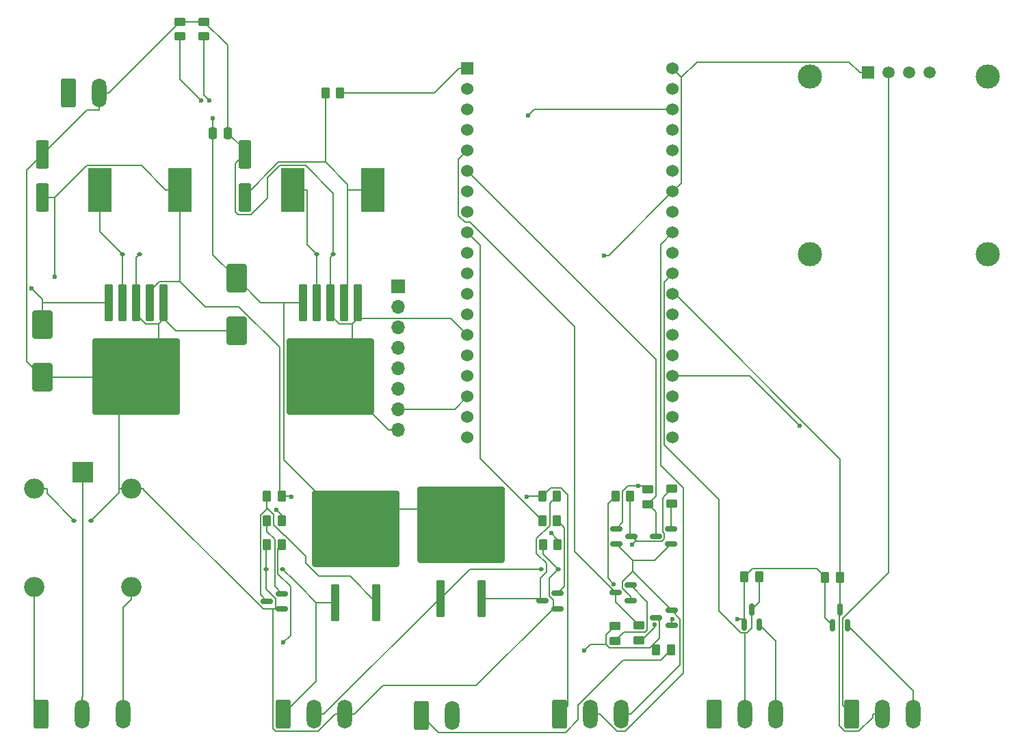
<source format=gbr>
%TF.GenerationSoftware,KiCad,Pcbnew,8.0.3*%
%TF.CreationDate,2024-07-13T16:10:19+00:00*%
%TF.ProjectId,jacuzzi,6a616375-7a7a-4692-9e6b-696361645f70,rev?*%
%TF.SameCoordinates,Original*%
%TF.FileFunction,Copper,L2,Bot*%
%TF.FilePolarity,Positive*%
%FSLAX46Y46*%
G04 Gerber Fmt 4.6, Leading zero omitted, Abs format (unit mm)*
G04 Created by KiCad (PCBNEW 8.0.3) date 2024-07-13 16:10:19*
%MOMM*%
%LPD*%
G01*
G04 APERTURE LIST*
G04 Aperture macros list*
%AMRoundRect*
0 Rectangle with rounded corners*
0 $1 Rounding radius*
0 $2 $3 $4 $5 $6 $7 $8 $9 X,Y pos of 4 corners*
0 Add a 4 corners polygon primitive as box body*
4,1,4,$2,$3,$4,$5,$6,$7,$8,$9,$2,$3,0*
0 Add four circle primitives for the rounded corners*
1,1,$1+$1,$2,$3*
1,1,$1+$1,$4,$5*
1,1,$1+$1,$6,$7*
1,1,$1+$1,$8,$9*
0 Add four rect primitives between the rounded corners*
20,1,$1+$1,$2,$3,$4,$5,0*
20,1,$1+$1,$4,$5,$6,$7,0*
20,1,$1+$1,$6,$7,$8,$9,0*
20,1,$1+$1,$8,$9,$2,$3,0*%
G04 Aperture macros list end*
%TA.AperFunction,ComponentPad*%
%ADD10R,2.500000X2.500000*%
%TD*%
%TA.AperFunction,ComponentPad*%
%ADD11O,2.500000X2.500000*%
%TD*%
%TA.AperFunction,ComponentPad*%
%ADD12RoundRect,0.250000X-0.650000X-1.550000X0.650000X-1.550000X0.650000X1.550000X-0.650000X1.550000X0*%
%TD*%
%TA.AperFunction,ComponentPad*%
%ADD13O,1.800000X3.600000*%
%TD*%
%TA.AperFunction,ComponentPad*%
%ADD14R,1.530000X1.530000*%
%TD*%
%TA.AperFunction,ComponentPad*%
%ADD15C,1.530000*%
%TD*%
%TA.AperFunction,ComponentPad*%
%ADD16R,1.508000X1.508000*%
%TD*%
%TA.AperFunction,ComponentPad*%
%ADD17C,1.508000*%
%TD*%
%TA.AperFunction,ComponentPad*%
%ADD18C,3.000000*%
%TD*%
%TA.AperFunction,ComponentPad*%
%ADD19R,1.700000X1.700000*%
%TD*%
%TA.AperFunction,ComponentPad*%
%ADD20O,1.700000X1.700000*%
%TD*%
%TA.AperFunction,SMDPad,CuDef*%
%ADD21RoundRect,0.250000X-0.262500X-0.450000X0.262500X-0.450000X0.262500X0.450000X-0.262500X0.450000X0*%
%TD*%
%TA.AperFunction,SMDPad,CuDef*%
%ADD22RoundRect,0.250000X0.450000X-0.262500X0.450000X0.262500X-0.450000X0.262500X-0.450000X-0.262500X0*%
%TD*%
%TA.AperFunction,SMDPad,CuDef*%
%ADD23RoundRect,0.150000X0.587500X0.150000X-0.587500X0.150000X-0.587500X-0.150000X0.587500X-0.150000X0*%
%TD*%
%TA.AperFunction,SMDPad,CuDef*%
%ADD24RoundRect,0.250000X0.300000X-2.050000X0.300000X2.050000X-0.300000X2.050000X-0.300000X-2.050000X0*%
%TD*%
%TA.AperFunction,SMDPad,CuDef*%
%ADD25RoundRect,0.250000X2.375000X-2.025000X2.375000X2.025000X-2.375000X2.025000X-2.375000X-2.025000X0*%
%TD*%
%TA.AperFunction,SMDPad,CuDef*%
%ADD26RoundRect,0.250002X5.149998X-4.449998X5.149998X4.449998X-5.149998X4.449998X-5.149998X-4.449998X0*%
%TD*%
%TA.AperFunction,SMDPad,CuDef*%
%ADD27RoundRect,0.250000X-0.300000X2.050000X-0.300000X-2.050000X0.300000X-2.050000X0.300000X2.050000X0*%
%TD*%
%TA.AperFunction,SMDPad,CuDef*%
%ADD28RoundRect,0.250000X-2.375000X2.025000X-2.375000X-2.025000X2.375000X-2.025000X2.375000X2.025000X0*%
%TD*%
%TA.AperFunction,SMDPad,CuDef*%
%ADD29RoundRect,0.250002X-5.149998X4.449998X-5.149998X-4.449998X5.149998X-4.449998X5.149998X4.449998X0*%
%TD*%
%TA.AperFunction,SMDPad,CuDef*%
%ADD30RoundRect,0.250000X0.262500X0.450000X-0.262500X0.450000X-0.262500X-0.450000X0.262500X-0.450000X0*%
%TD*%
%TA.AperFunction,SMDPad,CuDef*%
%ADD31RoundRect,0.250000X-0.450000X0.262500X-0.450000X-0.262500X0.450000X-0.262500X0.450000X0.262500X0*%
%TD*%
%TA.AperFunction,SMDPad,CuDef*%
%ADD32RoundRect,0.150000X-0.587500X-0.150000X0.587500X-0.150000X0.587500X0.150000X-0.587500X0.150000X0*%
%TD*%
%TA.AperFunction,SMDPad,CuDef*%
%ADD33RoundRect,0.250000X-1.000000X1.500000X-1.000000X-1.500000X1.000000X-1.500000X1.000000X1.500000X0*%
%TD*%
%TA.AperFunction,SMDPad,CuDef*%
%ADD34RoundRect,0.250000X0.550000X-1.500000X0.550000X1.500000X-0.550000X1.500000X-0.550000X-1.500000X0*%
%TD*%
%TA.AperFunction,SMDPad,CuDef*%
%ADD35R,2.900000X5.400000*%
%TD*%
%TA.AperFunction,SMDPad,CuDef*%
%ADD36RoundRect,0.112500X0.187500X0.112500X-0.187500X0.112500X-0.187500X-0.112500X0.187500X-0.112500X0*%
%TD*%
%TA.AperFunction,SMDPad,CuDef*%
%ADD37RoundRect,0.112500X-0.187500X-0.112500X0.187500X-0.112500X0.187500X0.112500X-0.187500X0.112500X0*%
%TD*%
%TA.AperFunction,SMDPad,CuDef*%
%ADD38RoundRect,0.150000X0.150000X-0.587500X0.150000X0.587500X-0.150000X0.587500X-0.150000X-0.587500X0*%
%TD*%
%TA.AperFunction,SMDPad,CuDef*%
%ADD39RoundRect,0.250000X-0.250000X-0.475000X0.250000X-0.475000X0.250000X0.475000X-0.250000X0.475000X0*%
%TD*%
%TA.AperFunction,ViaPad*%
%ADD40C,0.600000*%
%TD*%
%TA.AperFunction,Conductor*%
%ADD41C,0.200000*%
%TD*%
G04 APERTURE END LIST*
D10*
%TO.P,K1,1*%
%TO.N,/TubValve_V*%
X82810000Y-99500000D03*
D11*
%TO.P,K1,2*%
%TO.N,/GPIO_TubValve*%
X76810000Y-101500000D03*
%TO.P,K1,3*%
%TO.N,/TubValve_NO*%
X76810000Y-113700000D03*
%TO.P,K1,4*%
%TO.N,/TubValve_NC*%
X88810000Y-113700000D03*
%TO.P,K1,5*%
%TO.N,GND*%
X88810000Y-101500000D03*
%TD*%
D12*
%TO.P,J3,1,Pin_1*%
%TO.N,/TubValve_NO*%
X77650000Y-129500000D03*
D13*
%TO.P,J3,2,Pin_2*%
%TO.N,/TubValve_V*%
X82730000Y-129500000D03*
%TO.P,J3,3,Pin_3*%
%TO.N,/TubValve_NC*%
X87810000Y-129500000D03*
%TD*%
D14*
%TO.P,U3,1,3V3*%
%TO.N,+3.3V*%
X130410000Y-49500000D03*
D15*
%TO.P,U3,2,EN*%
%TO.N,unconnected-(U3-EN-Pad2)*%
X130410000Y-52040000D03*
%TO.P,U3,3,SENSOR_VP*%
%TO.N,unconnected-(U3-SENSOR_VP-Pad3)*%
X130410000Y-54580000D03*
%TO.P,U3,4,SENSOR_VN*%
%TO.N,unconnected-(U3-SENSOR_VN-Pad4)*%
X130410000Y-57120000D03*
%TO.P,U3,5,IO34*%
%TO.N,/GPIO_BallValveOpen_Feedback*%
X130410000Y-59660000D03*
%TO.P,U3,6,IO35*%
%TO.N,/GPIO_BallValveClose_Feedback*%
X130410000Y-62200000D03*
%TO.P,U3,7,IO32*%
%TO.N,/GPIO_TubValve*%
X130410000Y-64740000D03*
%TO.P,U3,8,IO33*%
%TO.N,/GPIO_BallValveOpen*%
X130410000Y-67280000D03*
%TO.P,U3,9,IO25*%
%TO.N,/GPIO_BallValveClose*%
X130410000Y-69820000D03*
%TO.P,U3,10,IO26*%
%TO.N,unconnected-(U3-IO26-Pad10)*%
X130410000Y-72360000D03*
%TO.P,U3,11,IO27*%
%TO.N,/GPIO_ADC1*%
X130410000Y-74900000D03*
%TO.P,U3,12,IO14*%
%TO.N,/GPIO_ADC2*%
X130410000Y-77440000D03*
%TO.P,U3,13,IO12*%
%TO.N,/GPIO_ADC3*%
X130410000Y-79980000D03*
%TO.P,U3,14,GND1*%
%TO.N,GND*%
X130410000Y-82520000D03*
%TO.P,U3,15,IO13*%
%TO.N,/GPIO_ADC4*%
X130410000Y-85060000D03*
%TO.P,U3,16,SD2*%
%TO.N,/GPIO9*%
X130410000Y-87600000D03*
%TO.P,U3,17,SD3*%
%TO.N,/GPIO10*%
X130410000Y-90140000D03*
%TO.P,U3,18,CMD*%
%TO.N,unconnected-(U3-CMD-Pad18)*%
X130410000Y-92680000D03*
%TO.P,U3,19,EXT_5V*%
%TO.N,unconnected-(U3-EXT_5V-Pad19)*%
X130410000Y-95220000D03*
%TO.P,U3,20,CLK*%
%TO.N,unconnected-(U3-CLK-Pad20)*%
X155810000Y-95220000D03*
%TO.P,U3,21,SD0*%
%TO.N,unconnected-(U3-SD0-Pad21)*%
X155810000Y-92680000D03*
%TO.P,U3,22,SD1*%
%TO.N,unconnected-(U3-SD1-Pad22)*%
X155810000Y-90140000D03*
%TO.P,U3,23,IO15*%
%TO.N,/GPIO_ADC8*%
X155810000Y-87600000D03*
%TO.P,U3,24,IO2*%
%TO.N,/GPIO_ADC7*%
X155810000Y-85060000D03*
%TO.P,U3,25,IO0*%
%TO.N,/GPIO_ADC6*%
X155810000Y-82520000D03*
%TO.P,U3,26,IO4*%
%TO.N,/GPIO_ADC5*%
X155810000Y-79980000D03*
%TO.P,U3,27,IO16*%
%TO.N,/GPIO_Dallas2*%
X155810000Y-77440000D03*
%TO.P,U3,28,IO17*%
%TO.N,/GPIO_Dallas1*%
X155810000Y-74900000D03*
%TO.P,U3,29,IO5*%
%TO.N,unconnected-(U3-IO5-Pad29)*%
X155810000Y-72360000D03*
%TO.P,U3,30,IO18*%
%TO.N,/GPIO_Servo*%
X155810000Y-69820000D03*
%TO.P,U3,31,IO19*%
%TO.N,unconnected-(U3-IO19-Pad31)*%
X155810000Y-67280000D03*
%TO.P,U3,32,GND2*%
%TO.N,GND*%
X155810000Y-64740000D03*
%TO.P,U3,33,IO21*%
%TO.N,/GPIO_I2C_SDA*%
X155810000Y-62200000D03*
%TO.P,U3,34,RXD0*%
%TO.N,unconnected-(U3-RXD0-Pad34)*%
X155810000Y-59660000D03*
%TO.P,U3,35,TXD0*%
%TO.N,unconnected-(U3-TXD0-Pad35)*%
X155810000Y-57120000D03*
%TO.P,U3,36,IO22*%
%TO.N,/GPIO_I2C_SCL*%
X155810000Y-54580000D03*
%TO.P,U3,37,IO23*%
%TO.N,unconnected-(U3-IO23-Pad37)*%
X155810000Y-52040000D03*
%TO.P,U3,38,GND3*%
%TO.N,GND*%
X155810000Y-49500000D03*
%TD*%
D12*
%TO.P,J1,1,Pin_1*%
%TO.N,/BallValveOpen*%
X107585000Y-129500000D03*
D13*
%TO.P,J1,2,Pin_2*%
%TO.N,/BallValveClose*%
X111395000Y-129500000D03*
%TO.P,J1,3,Pin_3*%
%TO.N,GND*%
X115205000Y-129500000D03*
%TD*%
D12*
%TO.P,J5,1,Pin_1*%
%TO.N,+5V*%
X160965000Y-129500000D03*
D13*
%TO.P,J5,2,Pin_2*%
%TO.N,/GPIO_Dallas1*%
X164775000Y-129500000D03*
%TO.P,J5,3,Pin_3*%
%TO.N,GND*%
X168585000Y-129500000D03*
%TD*%
D12*
%TO.P,J7,1,Pin_1*%
%TO.N,/BallValveOpen_Feedback*%
X124725000Y-129625000D03*
D13*
%TO.P,J7,2,Pin_2*%
%TO.N,/BallValveClose_Feedback*%
X128535000Y-129625000D03*
%TD*%
D16*
%TO.P,U4,1,GND*%
%TO.N,GND*%
X180000000Y-50000000D03*
D17*
%TO.P,U4,2,VCC_IN*%
%TO.N,+5V*%
X182540000Y-50000000D03*
%TO.P,U4,3,SCL*%
%TO.N,/GPIO_I2C_SCL*%
X185080000Y-50000000D03*
%TO.P,U4,4,SDA*%
%TO.N,/GPIO_I2C_SDA*%
X187620000Y-50000000D03*
D18*
%TO.P,U4,S1*%
%TO.N,N/C*%
X172810000Y-50500000D03*
%TO.P,U4,S2*%
X194810000Y-50500000D03*
%TO.P,U4,S3*%
X194810000Y-72500000D03*
%TO.P,U4,S4*%
X172810000Y-72500000D03*
%TD*%
D19*
%TO.P,J8,1,Pin_1*%
%TO.N,+3.3V*%
X121810000Y-76500000D03*
D20*
%TO.P,J8,2,Pin_2*%
%TO.N,/GPIO_ADC1*%
X121810000Y-79040000D03*
%TO.P,J8,3,Pin_3*%
%TO.N,/GPIO_ADC2*%
X121810000Y-81580000D03*
%TO.P,J8,4,Pin_4*%
%TO.N,/GPIO_ADC3*%
X121810000Y-84120000D03*
%TO.P,J8,5,Pin_5*%
%TO.N,/GPIO_ADC4*%
X121810000Y-86660000D03*
%TO.P,J8,6,Pin_6*%
%TO.N,/GPIO9*%
X121810000Y-89200000D03*
%TO.P,J8,7,Pin_7*%
%TO.N,/GPIO10*%
X121810000Y-91740000D03*
%TO.P,J8,8,Pin_8*%
%TO.N,GND*%
X121810000Y-94280000D03*
%TD*%
D12*
%TO.P,J6,1,Pin_1*%
%TO.N,+5V*%
X177965000Y-129500000D03*
D13*
%TO.P,J6,2,Pin_2*%
%TO.N,/GPIO_Dallas2*%
X181775000Y-129500000D03*
%TO.P,J6,3,Pin_3*%
%TO.N,GND*%
X185585000Y-129500000D03*
%TD*%
D12*
%TO.P,J10,1,Pin_1*%
%TO.N,VS*%
X81000000Y-52500000D03*
D13*
%TO.P,J10,2,Pin_2*%
%TO.N,GND*%
X84810000Y-52500000D03*
%TD*%
D12*
%TO.P,J2,1,Pin_1*%
%TO.N,+5V*%
X141775000Y-129500000D03*
D13*
%TO.P,J2,2,Pin_2*%
%TO.N,/GPIO_Servo*%
X145585000Y-129500000D03*
%TO.P,J2,3,Pin_3*%
%TO.N,GND*%
X149395000Y-129500000D03*
%TD*%
D21*
%TO.P,R4,1*%
%TO.N,/GPIO_BallValveClose*%
X139672500Y-105500000D03*
%TO.P,R4,2*%
%TO.N,Net-(Q5-B)*%
X141497500Y-105500000D03*
%TD*%
D22*
%TO.P,R23,1*%
%TO.N,Net-(J9-CC1)*%
X97810000Y-45500000D03*
%TO.P,R23,2*%
%TO.N,GND*%
X97810000Y-43675000D03*
%TD*%
%TO.P,R24,1*%
%TO.N,Net-(J9-CC2)*%
X94810000Y-45500000D03*
%TO.P,R24,2*%
%TO.N,GND*%
X94810000Y-43675000D03*
%TD*%
D23*
%TO.P,Q2,1,B*%
%TO.N,Net-(Q2-B)*%
X155585000Y-106500000D03*
%TO.P,Q2,2,E*%
%TO.N,GND*%
X155585000Y-108400000D03*
%TO.P,Q2,3,C*%
%TO.N,/GPIO_BallValveClose_Feedback*%
X153710000Y-107450000D03*
%TD*%
D24*
%TO.P,Q6,1,G*%
%TO.N,Net-(Q5-C)*%
X132125000Y-115150000D03*
D25*
%TO.P,Q6,2,D*%
%TO.N,VS*%
X126810000Y-108425000D03*
X132360000Y-108425000D03*
D26*
X129585000Y-106000000D03*
D25*
X126810000Y-103575000D03*
X132360000Y-103575000D03*
D24*
%TO.P,Q6,3,S*%
%TO.N,/BallValveClose*%
X127045000Y-115150000D03*
%TD*%
D21*
%TO.P,R8,1*%
%TO.N,+3.3V*%
X174672500Y-112562500D03*
%TO.P,R8,2*%
%TO.N,/GPIO_Dallas2*%
X176497500Y-112562500D03*
%TD*%
D27*
%TO.P,U1,1,VIN*%
%TO.N,VS*%
X110010000Y-78500000D03*
%TO.P,U1,2,OUT*%
%TO.N,Net-(D20-K)*%
X111710000Y-78500000D03*
%TO.P,U1,3,GND*%
%TO.N,GND*%
X113410000Y-78500000D03*
D28*
X116185000Y-85225000D03*
X110635000Y-85225000D03*
D29*
X113410000Y-87650000D03*
D28*
X116185000Y-90075000D03*
X110635000Y-90075000D03*
D27*
%TO.P,U1,4,FB*%
%TO.N,Net-(U1-FB)*%
X115110000Y-78500000D03*
%TO.P,U1,5,~{ON}/OFF*%
%TO.N,GND*%
X116810000Y-78500000D03*
%TD*%
D30*
%TO.P,R3,1*%
%TO.N,Net-(D2-K)*%
X107410000Y-108500000D03*
%TO.P,R3,2*%
%TO.N,GND*%
X105585000Y-108500000D03*
%TD*%
D31*
%TO.P,R12,1*%
%TO.N,Net-(D10-COM)*%
X148647500Y-118587500D03*
%TO.P,R12,2*%
%TO.N,Net-(Q1-B)*%
X148647500Y-120412500D03*
%TD*%
D32*
%TO.P,D12,1,A*%
%TO.N,GND*%
X148835000Y-108400000D03*
%TO.P,D12,2,K*%
%TO.N,+3.3V*%
X148835000Y-106500000D03*
%TO.P,D12,3,COM*%
%TO.N,Net-(D12-COM)*%
X150710000Y-107450000D03*
%TD*%
D31*
%TO.P,R15,1*%
%TO.N,Net-(D12-COM)*%
X155710000Y-101537500D03*
%TO.P,R15,2*%
%TO.N,Net-(Q2-B)*%
X155710000Y-103362500D03*
%TD*%
D33*
%TO.P,C2,1*%
%TO.N,VS*%
X101810000Y-75500000D03*
%TO.P,C2,2*%
%TO.N,GND*%
X101810000Y-82000000D03*
%TD*%
D34*
%TO.P,C3,1*%
%TO.N,Net-(U1-FB)*%
X102810000Y-65500000D03*
%TO.P,C3,2*%
%TO.N,GND*%
X102810000Y-60100000D03*
%TD*%
D30*
%TO.P,R11,1*%
%TO.N,/BallValveOpen_Feedback*%
X155560000Y-121500000D03*
%TO.P,R11,2*%
%TO.N,Net-(D10-COM)*%
X153735000Y-121500000D03*
%TD*%
D35*
%TO.P,L2,1,1*%
%TO.N,Net-(D21-K)*%
X84910000Y-64500000D03*
%TO.P,L2,2,2*%
%TO.N,+5V*%
X94810000Y-64500000D03*
%TD*%
D30*
%TO.P,R2,1*%
%TO.N,+5V*%
X107410000Y-102500000D03*
%TO.P,R2,2*%
%TO.N,Net-(Q3-C)*%
X105585000Y-102500000D03*
%TD*%
D36*
%TO.P,D1,1,K*%
%TO.N,/BallValveOpen*%
X107547500Y-111500000D03*
%TO.P,D1,2,A*%
%TO.N,GND*%
X105447500Y-111500000D03*
%TD*%
D37*
%TO.P,D21,1,K*%
%TO.N,Net-(D21-K)*%
X87710000Y-72500000D03*
%TO.P,D21,2,A*%
%TO.N,GND*%
X89810000Y-72500000D03*
%TD*%
%TO.P,D3,1,K*%
%TO.N,/BallValveClose*%
X139535000Y-111500000D03*
%TO.P,D3,2,A*%
%TO.N,GND*%
X141635000Y-111500000D03*
%TD*%
D23*
%TO.P,Q3,1,B*%
%TO.N,Net-(Q3-B)*%
X107460000Y-114550000D03*
%TO.P,Q3,2,E*%
%TO.N,GND*%
X107460000Y-116450000D03*
%TO.P,Q3,3,C*%
%TO.N,Net-(Q3-C)*%
X105585000Y-115500000D03*
%TD*%
D30*
%TO.P,R1,1*%
%TO.N,/GPIO_BallValveOpen*%
X107410000Y-105500000D03*
%TO.P,R1,2*%
%TO.N,Net-(Q3-B)*%
X105585000Y-105500000D03*
%TD*%
%TO.P,R6,1*%
%TO.N,Net-(D4-K)*%
X141585000Y-108500000D03*
%TO.P,R6,2*%
%TO.N,GND*%
X139760000Y-108500000D03*
%TD*%
D21*
%TO.P,R14,1*%
%TO.N,/BallValveClose_Feedback*%
X148710000Y-102450000D03*
%TO.P,R14,2*%
%TO.N,Net-(D12-COM)*%
X150535000Y-102450000D03*
%TD*%
D35*
%TO.P,L1,1,1*%
%TO.N,Net-(D20-K)*%
X108810000Y-64500000D03*
%TO.P,L1,2,2*%
%TO.N,Net-(U1-FB)*%
X118710000Y-64500000D03*
%TD*%
D27*
%TO.P,U2,1,VIN*%
%TO.N,Net-(J11-Pin_1)*%
X86010000Y-78500000D03*
%TO.P,U2,2,OUT*%
%TO.N,Net-(D21-K)*%
X87710000Y-78500000D03*
%TO.P,U2,3,GND*%
%TO.N,GND*%
X89410000Y-78500000D03*
D28*
X92185000Y-85225000D03*
X86635000Y-85225000D03*
D29*
X89410000Y-87650000D03*
D28*
X92185000Y-90075000D03*
X86635000Y-90075000D03*
D27*
%TO.P,U2,4,FB*%
%TO.N,+5V*%
X91110000Y-78500000D03*
%TO.P,U2,5,~{ON}/OFF*%
%TO.N,GND*%
X92810000Y-78500000D03*
%TD*%
D21*
%TO.P,R7,1*%
%TO.N,+3.3V*%
X164672500Y-112500000D03*
%TO.P,R7,2*%
%TO.N,/GPIO_Dallas1*%
X166497500Y-112500000D03*
%TD*%
D23*
%TO.P,Q1,1,B*%
%TO.N,Net-(Q1-B)*%
X150585000Y-113487500D03*
%TO.P,Q1,2,E*%
%TO.N,GND*%
X150585000Y-115387500D03*
%TO.P,Q1,3,C*%
%TO.N,/GPIO_BallValveOpen_Feedback*%
X148710000Y-114437500D03*
%TD*%
D38*
%TO.P,D6,1,A*%
%TO.N,GND*%
X166535000Y-118375000D03*
%TO.P,D6,2,K*%
%TO.N,+3.3V*%
X164635000Y-118375000D03*
%TO.P,D6,3,COM*%
%TO.N,/GPIO_Dallas1*%
X165585000Y-116500000D03*
%TD*%
D31*
%TO.P,R16,1*%
%TO.N,+3.3V*%
X152710000Y-101625000D03*
%TO.P,R16,2*%
%TO.N,/GPIO_BallValveClose_Feedback*%
X152710000Y-103450000D03*
%TD*%
D23*
%TO.P,D10,1,A*%
%TO.N,GND*%
X155647500Y-116600000D03*
%TO.P,D10,2,K*%
%TO.N,+3.3V*%
X155647500Y-118500000D03*
%TO.P,D10,3,COM*%
%TO.N,Net-(D10-COM)*%
X153772500Y-117550000D03*
%TD*%
D30*
%TO.P,R21,1*%
%TO.N,+3.3V*%
X114635000Y-52500000D03*
%TO.P,R21,2*%
%TO.N,Net-(U1-FB)*%
X112810000Y-52500000D03*
%TD*%
D23*
%TO.P,Q5,1,B*%
%TO.N,Net-(Q5-B)*%
X141585000Y-114500000D03*
%TO.P,Q5,2,E*%
%TO.N,GND*%
X141585000Y-116400000D03*
%TO.P,Q5,3,C*%
%TO.N,Net-(Q5-C)*%
X139710000Y-115450000D03*
%TD*%
D37*
%TO.P,D20,1,K*%
%TO.N,Net-(D20-K)*%
X111710000Y-72500000D03*
%TO.P,D20,2,A*%
%TO.N,GND*%
X113810000Y-72500000D03*
%TD*%
D24*
%TO.P,Q4,1,G*%
%TO.N,Net-(Q3-C)*%
X119125000Y-115650000D03*
D25*
%TO.P,Q4,2,D*%
%TO.N,VS*%
X113810000Y-108925000D03*
X119360000Y-108925000D03*
D26*
X116585000Y-106500000D03*
D25*
X113810000Y-104075000D03*
X119360000Y-104075000D03*
D24*
%TO.P,Q4,3,S*%
%TO.N,/BallValveOpen*%
X114045000Y-115650000D03*
%TD*%
D37*
%TO.P,D5,1,K*%
%TO.N,/GPIO_TubValve*%
X81710000Y-105500000D03*
%TO.P,D5,2,A*%
%TO.N,GND*%
X83810000Y-105500000D03*
%TD*%
D33*
%TO.P,C4,1*%
%TO.N,Net-(J11-Pin_1)*%
X77810000Y-81250000D03*
%TO.P,C4,2*%
%TO.N,GND*%
X77810000Y-87750000D03*
%TD*%
D22*
%TO.P,R13,1*%
%TO.N,+3.3V*%
X151647500Y-120325000D03*
%TO.P,R13,2*%
%TO.N,/GPIO_BallValveOpen_Feedback*%
X151647500Y-118500000D03*
%TD*%
D21*
%TO.P,R5,1*%
%TO.N,+5V*%
X139672500Y-102500000D03*
%TO.P,R5,2*%
%TO.N,Net-(Q5-C)*%
X141497500Y-102500000D03*
%TD*%
D38*
%TO.P,D7,1,A*%
%TO.N,GND*%
X177447500Y-118437500D03*
%TO.P,D7,2,K*%
%TO.N,+3.3V*%
X175547500Y-118437500D03*
%TO.P,D7,3,COM*%
%TO.N,/GPIO_Dallas2*%
X176497500Y-116562500D03*
%TD*%
D34*
%TO.P,C5,1*%
%TO.N,+5V*%
X77810000Y-65500000D03*
%TO.P,C5,2*%
%TO.N,GND*%
X77810000Y-60100000D03*
%TD*%
D39*
%TO.P,C1,1*%
%TO.N,VS*%
X98860000Y-57500000D03*
%TO.P,C1,2*%
%TO.N,GND*%
X100760000Y-57500000D03*
%TD*%
D40*
%TO.N,VS*%
X98894500Y-55669500D03*
%TO.N,GND*%
X147282000Y-72692700D03*
%TO.N,Net-(J11-Pin_1)*%
X76451700Y-76711700D03*
%TO.N,+5V*%
X79329000Y-75290200D03*
X108576000Y-102532000D03*
X137732000Y-102532000D03*
%TO.N,Net-(D2-K)*%
X107585000Y-120621000D03*
%TO.N,Net-(D4-K)*%
X140793000Y-107077000D03*
%TO.N,+3.3V*%
X153586000Y-118364000D03*
X163813000Y-117670000D03*
X155739000Y-117673000D03*
X151500000Y-101223000D03*
%TO.N,/GPIO_I2C_SCL*%
X137945300Y-55292300D03*
%TO.N,Net-(D10-COM)*%
X144875000Y-121562000D03*
%TO.N,Net-(D12-COM)*%
X150808000Y-108466000D03*
%TO.N,/BallValveClose_Feedback*%
X148501000Y-113355000D03*
%TO.N,Net-(J9-CC2)*%
X97435000Y-53423700D03*
%TO.N,Net-(J9-CC1)*%
X98462500Y-53450000D03*
%TO.N,/GPIO_BallValveOpen*%
X106784000Y-104196000D03*
%TO.N,/GPIO_ADC8*%
X171541000Y-93765800D03*
%TD*%
D41*
%TO.N,VS*%
X129585000Y-106000000D02*
X129935000Y-106000000D01*
X129585000Y-106000000D02*
X129235000Y-106000000D01*
X107685000Y-78500000D02*
X107685000Y-97950000D01*
X107685000Y-78500000D02*
X104810000Y-78500000D01*
X129110000Y-106125000D02*
X126810000Y-108425000D01*
X126560000Y-104075000D02*
X126810000Y-103825000D01*
X126810000Y-103825000D02*
X129110000Y-106125000D01*
X116585000Y-106500000D02*
X116235000Y-106500000D01*
X129235000Y-106000000D02*
X129110000Y-106125000D01*
X119360000Y-104075000D02*
X126560000Y-104075000D01*
X101810000Y-75500000D02*
X98860000Y-72550000D01*
X110010000Y-78500000D02*
X107685000Y-78500000D01*
X129935000Y-106000000D02*
X132360000Y-108425000D01*
X129935000Y-106000000D02*
X132360000Y-103575000D01*
X107685000Y-97950000D02*
X113810000Y-104075000D01*
X116585000Y-106500000D02*
X116935000Y-106500000D01*
X98860000Y-57500000D02*
X98860000Y-55704000D01*
X126810000Y-103825000D02*
X126810000Y-103575000D01*
X104810000Y-78500000D02*
X101810000Y-75500000D01*
X98860000Y-55704000D02*
X98894500Y-55669500D01*
X116935000Y-106500000D02*
X119360000Y-104075000D01*
X98860000Y-72550000D02*
X98860000Y-57500000D01*
X113810000Y-104075000D02*
X116235000Y-106500000D01*
X116235000Y-106500000D02*
X113810000Y-108925000D01*
X116935000Y-106500000D02*
X119360000Y-108925000D01*
%TO.N,GND*%
X149545000Y-113087000D02*
X149545000Y-113885000D01*
X75846500Y-62063500D02*
X75846500Y-85786500D01*
X115205000Y-129500000D02*
X116407000Y-129500000D01*
X177447500Y-118437500D02*
X177448000Y-118438000D01*
X155810000Y-64740000D02*
X156880000Y-63670000D01*
X156716000Y-123381000D02*
X150597000Y-129500000D01*
X150840000Y-110405000D02*
X150840000Y-111792000D01*
X177448000Y-118438000D02*
X185585000Y-126575000D01*
X97810000Y-43675000D02*
X94810000Y-43675000D01*
X102021000Y-67584200D02*
X103627000Y-67584200D01*
X85472500Y-87750000D02*
X85472500Y-86387500D01*
X101810000Y-82000000D02*
X94332300Y-82000000D01*
X106314000Y-131268000D02*
X106673000Y-131627000D01*
X89410000Y-72900000D02*
X89410000Y-78500000D01*
X89410000Y-87650000D02*
X89760000Y-87650000D01*
X105447500Y-111500000D02*
X105448000Y-111500000D01*
X101668000Y-61242500D02*
X101668000Y-67230500D01*
X106658000Y-115161000D02*
X105448000Y-113950000D01*
X87258300Y-102052000D02*
X87258300Y-101500000D01*
X105685000Y-65526300D02*
X105685000Y-62987800D01*
X83308300Y-54601700D02*
X77810000Y-60100000D01*
X156880000Y-50570000D02*
X155810000Y-49500000D01*
X105118000Y-116450000D02*
X106314000Y-116450000D01*
X86635000Y-88912500D02*
X88147500Y-88912500D01*
X84810000Y-52500000D02*
X84810000Y-54601700D01*
X107174000Y-61498300D02*
X110385000Y-61498300D01*
X113410000Y-87650000D02*
X113760000Y-87650000D01*
X106673000Y-131627000D02*
X111876000Y-131627000D01*
X150840000Y-111792000D02*
X155647500Y-116599500D01*
X113410000Y-87650000D02*
X113060000Y-87650000D01*
X155647500Y-116599500D02*
X155647500Y-116600000D01*
X116185000Y-81105300D02*
X114573000Y-81105300D01*
X119944000Y-125963000D02*
X131504000Y-125963000D01*
X86011700Y-52500000D02*
X86011700Y-52473300D01*
X150597000Y-129500000D02*
X149395000Y-129500000D01*
X116185000Y-90075000D02*
X116453000Y-90075000D01*
X116810000Y-80419000D02*
X128309000Y-80419000D01*
X110385000Y-61498300D02*
X113810000Y-64923300D01*
X141067000Y-115369000D02*
X140538000Y-114840000D01*
X105448000Y-111500000D02*
X105448000Y-108638000D01*
X86011700Y-52473300D02*
X94810000Y-43675000D01*
X156880000Y-50570000D02*
X158776000Y-48674200D01*
X113060000Y-87650000D02*
X110635000Y-85225000D01*
X111876000Y-131627000D02*
X114003000Y-129500000D01*
X185585000Y-126575000D02*
X185585000Y-129500000D01*
X155648000Y-116600000D02*
X156716000Y-117669000D01*
X103627000Y-67584200D02*
X105685000Y-65526300D01*
X166535000Y-118375000D02*
X168585000Y-120425000D01*
X83810000Y-105500000D02*
X87258300Y-102052000D01*
X84810000Y-54601700D02*
X83308300Y-54601700D01*
X90549500Y-81102700D02*
X92185000Y-81102700D01*
X156716000Y-117669000D02*
X156716000Y-123381000D01*
X141067000Y-116400000D02*
X141585000Y-116400000D01*
X116810000Y-80419000D02*
X116810000Y-80480300D01*
X140538000Y-114840000D02*
X140538000Y-112597000D01*
X84810000Y-52500000D02*
X86011700Y-52500000D01*
X106314000Y-116450000D02*
X106314000Y-131268000D01*
X101668000Y-67230500D02*
X102021000Y-67584200D01*
X86635000Y-90075000D02*
X86635000Y-88912500D01*
X116185000Y-81105300D02*
X116185000Y-85225000D01*
X116810000Y-78500000D02*
X116810000Y-80419000D01*
X89410000Y-79963200D02*
X90549500Y-81102700D01*
X113760000Y-87650000D02*
X116185000Y-85225000D01*
X177618000Y-48674200D02*
X178944000Y-50000000D01*
X90361700Y-101500000D02*
X90361700Y-101694000D01*
X147282000Y-72692700D02*
X147857000Y-72692700D01*
X75846500Y-85786500D02*
X77810000Y-87750000D01*
X77810000Y-87750000D02*
X85472500Y-87750000D01*
X114003000Y-129500000D02*
X115205000Y-129500000D01*
X168585000Y-120425000D02*
X168585000Y-129500000D01*
X113060000Y-87650000D02*
X110635000Y-90075000D01*
X149545000Y-113885000D02*
X150585000Y-114925000D01*
X89810000Y-72500000D02*
X89410000Y-72900000D01*
X105448000Y-108638000D02*
X105585000Y-108500000D01*
X102810000Y-60100000D02*
X101668000Y-61242500D01*
X147857000Y-72692700D02*
X155810000Y-64740000D01*
X141067000Y-116400000D02*
X141067000Y-115369000D01*
X92185000Y-81102700D02*
X92810000Y-80477700D01*
X131504000Y-125963000D02*
X141067000Y-116400000D01*
X92810000Y-80477700D02*
X92810000Y-78500000D01*
X106658000Y-116450000D02*
X107460000Y-116450000D01*
X86635000Y-90075000D02*
X87258300Y-90698300D01*
X92185000Y-85225000D02*
X92185000Y-81102700D01*
X89410000Y-78500000D02*
X89410000Y-79963200D01*
X87258300Y-101500000D02*
X88810000Y-101500000D01*
X89760000Y-87650000D02*
X92185000Y-85225000D01*
X100760000Y-46625000D02*
X97810000Y-43675000D01*
X100760000Y-57500000D02*
X102810000Y-59550000D01*
X106314000Y-116450000D02*
X106658000Y-116450000D01*
X158776000Y-48674200D02*
X177618000Y-48674200D01*
X139760000Y-109625000D02*
X139760000Y-108500000D01*
X113410000Y-72900000D02*
X113810000Y-72500000D01*
X94332300Y-82000000D02*
X92810000Y-80477700D01*
X90361700Y-101694000D02*
X105118000Y-116450000D01*
X105685000Y-62987800D02*
X107174000Y-61498300D01*
X150585000Y-115387500D02*
X150585000Y-115388000D01*
X150840000Y-110405000D02*
X153580000Y-110405000D01*
X113760000Y-87650000D02*
X116185000Y-90075000D01*
X148835000Y-108400000D02*
X150840000Y-110405000D01*
X88810000Y-101500000D02*
X90361700Y-101500000D01*
X77810000Y-60100000D02*
X75846500Y-62063500D01*
X100760000Y-57500000D02*
X100760000Y-46625000D01*
X88147500Y-88912500D02*
X89410000Y-87650000D01*
X85472500Y-87750000D02*
X86635000Y-88912500D01*
X113410000Y-79942300D02*
X113410000Y-78500000D01*
X156880000Y-63670000D02*
X156880000Y-50570000D01*
X105448000Y-113950000D02*
X105448000Y-111500000D01*
X155647500Y-116599500D02*
X155648000Y-116600000D01*
X116453000Y-90075000D02*
X120658000Y-94280000D01*
X113810000Y-64923300D02*
X113810000Y-72500000D01*
X150840000Y-111792000D02*
X149545000Y-113087000D01*
X128309000Y-80419000D02*
X130410000Y-82520000D01*
X106658000Y-116450000D02*
X106658000Y-115161000D01*
X113410000Y-78500000D02*
X113410000Y-72900000D01*
X120658000Y-94280000D02*
X121810000Y-94280000D01*
X87258300Y-90698300D02*
X87258300Y-101500000D01*
X140538000Y-112597000D02*
X141635000Y-111500000D01*
X116810000Y-80480300D02*
X116185000Y-81105300D01*
X116407000Y-129500000D02*
X119944000Y-125963000D01*
X150585000Y-114925000D02*
X150585000Y-115387500D01*
X85472500Y-86387500D02*
X86635000Y-85225000D01*
X153580000Y-110405000D02*
X155585000Y-108400000D01*
X178944000Y-50000000D02*
X180000000Y-50000000D01*
X89760000Y-87650000D02*
X92185000Y-90075000D01*
X141635000Y-111500000D02*
X139760000Y-109625000D01*
X114573000Y-81105300D02*
X113410000Y-79942300D01*
X102810000Y-59550000D02*
X102810000Y-60100000D01*
%TO.N,Net-(U1-FB)*%
X115584000Y-64500000D02*
X115584000Y-63871000D01*
X115584000Y-78025600D02*
X115110000Y-78500000D01*
X112810000Y-61096600D02*
X107000000Y-61096600D01*
X112810000Y-61096600D02*
X112810000Y-52500000D01*
X102810000Y-65287000D02*
X102810000Y-65500000D01*
X107000000Y-61096600D02*
X102810000Y-65287000D01*
X115584000Y-64500000D02*
X118710000Y-64500000D01*
X115584000Y-63871000D02*
X112810000Y-61096600D01*
X115584000Y-64500000D02*
X115584000Y-78025600D01*
%TO.N,Net-(J11-Pin_1)*%
X77812400Y-81247600D02*
X77812400Y-78500000D01*
X77812400Y-78500000D02*
X86010000Y-78500000D01*
X77812400Y-78072400D02*
X76451700Y-76711700D01*
X77812400Y-78500000D02*
X77812400Y-78072400D01*
X77810000Y-81250000D02*
X77812400Y-81247600D01*
%TO.N,+5V*%
X83330700Y-61498300D02*
X79329000Y-65500000D01*
X137764000Y-102500000D02*
X137732000Y-102532000D01*
X177965000Y-129500000D02*
X176819000Y-128354000D01*
X139672500Y-102499900D02*
X139672500Y-102500000D01*
X107157000Y-84044700D02*
X107157000Y-102247000D01*
X107410000Y-102500000D02*
X108544000Y-102500000D01*
X91110000Y-77049500D02*
X92262100Y-75897400D01*
X102116000Y-79003800D02*
X107157000Y-84044700D01*
X140182000Y-101990000D02*
X139927000Y-102245000D01*
X93058300Y-64500000D02*
X90056600Y-61498300D01*
X97916400Y-79003800D02*
X102116000Y-79003800D01*
X140182000Y-101990000D02*
X139927000Y-102245000D01*
X91110000Y-78500000D02*
X91110000Y-77049500D01*
X94810000Y-64500000D02*
X94810000Y-75897400D01*
X79329000Y-65500000D02*
X77810000Y-65500000D01*
X142002000Y-101481000D02*
X140692000Y-101481000D01*
X139927000Y-102245000D02*
X139672500Y-102499500D01*
X142854000Y-102332000D02*
X142002000Y-101481000D01*
X139672500Y-102499500D02*
X139672300Y-102499700D01*
X107157000Y-102247000D02*
X107410000Y-102500000D01*
X92262100Y-75897400D02*
X94810000Y-75897400D01*
X139672300Y-102499700D02*
X139672000Y-102500000D01*
X142854000Y-128421000D02*
X142854000Y-102332000D01*
X94810000Y-75897400D02*
X97916400Y-79003800D01*
X139672300Y-102499700D02*
X139672500Y-102499900D01*
X79329000Y-75290200D02*
X79329000Y-65500000D01*
X140692000Y-101481000D02*
X140182000Y-101990000D01*
X139672300Y-102499700D02*
X139672000Y-102500000D01*
X108544000Y-102500000D02*
X108576000Y-102532000D01*
X176819000Y-128354000D02*
X176819000Y-117654000D01*
X139927000Y-102245000D02*
X139672500Y-102499500D01*
X90056600Y-61498300D02*
X83330700Y-61498300D01*
X182540000Y-111932000D02*
X182540000Y-50000000D01*
X176819000Y-117654000D02*
X182540000Y-111932000D01*
X141775000Y-129500000D02*
X142854000Y-128421000D01*
X139672500Y-102499500D02*
X139672300Y-102499700D01*
X94810000Y-64500000D02*
X93058300Y-64500000D01*
X139672000Y-102500000D02*
X137764000Y-102500000D01*
%TO.N,/BallValveOpen*%
X109532000Y-113484000D02*
X108870000Y-112822000D01*
X111698000Y-115650000D02*
X114045000Y-115650000D01*
X111698000Y-115650000D02*
X109532000Y-113484000D01*
X109035500Y-112988000D02*
X107547500Y-111500000D01*
X111698000Y-125388000D02*
X107585000Y-129500000D01*
X111698000Y-115650000D02*
X111698000Y-125388000D01*
X109532000Y-113484000D02*
X109531000Y-113484000D01*
X109035500Y-112988000D02*
X108540000Y-112492000D01*
X109531000Y-113484000D02*
X109035500Y-112988000D01*
%TO.N,Net-(D2-K)*%
X106945000Y-108965000D02*
X106945000Y-112090000D01*
X107410000Y-108500000D02*
X106945000Y-108965000D01*
X108500000Y-113645000D02*
X108500000Y-119706000D01*
X106945000Y-112090000D02*
X108500000Y-113645000D01*
X108500000Y-119706000D02*
X107585000Y-120621000D01*
%TO.N,/BallValveClose*%
X127045000Y-115150000D02*
X126947000Y-115150000D01*
X126947000Y-115150000D02*
X112597000Y-129500000D01*
X112597000Y-129500000D02*
X111395000Y-129500000D01*
X139535000Y-111500000D02*
X130695000Y-111500000D01*
X130695000Y-111500000D02*
X127045000Y-115150000D01*
%TO.N,Net-(D4-K)*%
X141585000Y-107869000D02*
X140793000Y-107077000D01*
X141585000Y-108500000D02*
X141585000Y-107869000D01*
%TO.N,/GPIO_TubValve*%
X78361700Y-101500000D02*
X78361700Y-102152000D01*
X78361700Y-102152000D02*
X81710000Y-105500000D01*
X76810000Y-101500000D02*
X78361700Y-101500000D01*
%TO.N,/GPIO_Dallas1*%
X166498000Y-114816000D02*
X166498000Y-114044000D01*
X166498000Y-112886000D02*
X166498000Y-112500000D01*
X161504000Y-116663000D02*
X161504000Y-102911000D01*
X161504000Y-102911000D02*
X154741000Y-96147700D01*
X166498000Y-113658000D02*
X166498000Y-113272000D01*
X166498000Y-115588000D02*
X166498000Y-114816000D01*
X166498000Y-113658000D02*
X166498000Y-113272000D01*
X154741000Y-75968600D02*
X155810000Y-74900000D01*
X166498000Y-114816000D02*
X166498000Y-114044000D01*
X166498000Y-114044000D02*
X166498000Y-113658000D01*
X166498000Y-112886000D02*
X166497500Y-112885500D01*
X164264000Y-119422000D02*
X161504000Y-116663000D01*
X164978000Y-119422000D02*
X164775000Y-119422000D01*
X166497500Y-112885500D02*
X166497500Y-112500000D01*
X166498000Y-113272000D02*
X166498000Y-112886000D01*
X164775000Y-119422000D02*
X164775000Y-129500000D01*
X165585000Y-116500000D02*
X166498000Y-115588000D01*
X165585000Y-116500000D02*
X165585000Y-118815000D01*
X164775000Y-119422000D02*
X164264000Y-119422000D01*
X154741000Y-96147700D02*
X154741000Y-75968600D01*
X165585000Y-118815000D02*
X164978000Y-119422000D01*
%TO.N,+3.3V*%
X164672500Y-112499500D02*
X165180000Y-111992000D01*
X174672500Y-113811500D02*
X174672500Y-112562500D01*
X152710000Y-101625000D02*
X152308000Y-101223000D01*
X174672000Y-116312000D02*
X174672000Y-117562000D01*
X155647500Y-118500000D02*
X155648000Y-118500000D01*
X173594000Y-111484000D02*
X174672000Y-112562000D01*
X149622000Y-101861000D02*
X150260000Y-101223000D01*
X174672000Y-117562000D02*
X175547500Y-118437500D01*
X155648000Y-118500000D02*
X155648000Y-117765000D01*
X164672000Y-112500000D02*
X164672500Y-112499500D01*
X148835000Y-106500000D02*
X149622000Y-105712000D01*
X174672000Y-115062000D02*
X174672000Y-116312000D01*
X130410000Y-49500000D02*
X129343000Y-49500000D01*
X155648000Y-117765000D02*
X155739000Y-117673000D01*
X152308000Y-101223000D02*
X151500000Y-101223000D01*
X164672500Y-112499500D02*
X164672500Y-112500000D01*
X150260000Y-101223000D02*
X151500000Y-101223000D01*
X164635000Y-117670000D02*
X164635000Y-112538000D01*
X164635000Y-112538000D02*
X164672000Y-112500000D01*
X151648000Y-120325000D02*
X151953000Y-120325000D01*
X151953000Y-120325000D02*
X153586000Y-118693000D01*
X153586000Y-118693000D02*
X153586000Y-118364000D01*
X164635000Y-117670000D02*
X163813000Y-117670000D01*
X129343000Y-49500000D02*
X126343000Y-52500000D01*
X165180000Y-111992000D02*
X165689000Y-111484000D01*
X126343000Y-52500000D02*
X114635000Y-52500000D01*
X174672000Y-113812000D02*
X174672500Y-113811500D01*
X164635000Y-118375000D02*
X164635000Y-117670000D01*
X174672000Y-115062000D02*
X174672000Y-116312000D01*
X165689000Y-111484000D02*
X173594000Y-111484000D01*
X151647500Y-120325000D02*
X151648000Y-120325000D01*
X174672000Y-112562000D02*
X174672000Y-113812000D01*
X149622000Y-105712000D02*
X149622000Y-101861000D01*
X174672000Y-113812000D02*
X174672000Y-115062000D01*
X175547500Y-118437500D02*
X175548000Y-118438000D01*
%TO.N,/GPIO_Dallas2*%
X176498000Y-113562000D02*
X176497500Y-113561500D01*
X176390000Y-130927000D02*
X176390000Y-116670000D01*
X176497500Y-116562500D02*
X176498000Y-116562000D01*
X176498000Y-110890000D02*
X176498000Y-112562000D01*
X176498000Y-115562000D02*
X176498000Y-114562000D01*
X176498000Y-114562000D02*
X176498000Y-115562000D01*
X180573000Y-129500000D02*
X180573000Y-129876000D01*
X180573000Y-129876000D02*
X178818000Y-131630000D01*
X176497500Y-113561500D02*
X176497500Y-112562500D01*
X178818000Y-131630000D02*
X177094000Y-131630000D01*
X176498000Y-102545000D02*
X176498000Y-107217000D01*
X176498000Y-113562000D02*
X176498000Y-114562000D01*
X176498000Y-102544000D02*
X176498000Y-102545000D01*
X176498000Y-116562000D02*
X176498000Y-115562000D01*
X176498000Y-112562000D02*
X176498000Y-113562000D01*
X176498000Y-110890000D02*
X176498000Y-112562000D01*
X176498000Y-97871800D02*
X156066000Y-77440000D01*
X176498000Y-102544000D02*
X176498000Y-97871800D01*
X176498000Y-107217000D02*
X176498000Y-102545000D01*
X156066000Y-77440000D02*
X155810000Y-77440000D01*
X176498000Y-102545000D02*
X176498000Y-102544000D01*
X176498000Y-107217000D02*
X176498000Y-110890000D01*
X176390000Y-116670000D02*
X176497500Y-116562500D01*
X177094000Y-131630000D02*
X176390000Y-130927000D01*
X181775000Y-129500000D02*
X180573000Y-129500000D01*
%TO.N,/GPIO_I2C_SCL*%
X138657600Y-54580000D02*
X137945300Y-55292300D01*
X155810000Y-54580000D02*
X138657600Y-54580000D01*
%TO.N,Net-(D10-COM)*%
X148648000Y-118588000D02*
X147590000Y-119645000D01*
X147590000Y-120868000D02*
X147976000Y-121254000D01*
X153772500Y-117550500D02*
X153772000Y-117550000D01*
X153735000Y-121500000D02*
X153235000Y-121000000D01*
X152980000Y-121254000D02*
X153235000Y-121000000D01*
X147976000Y-121254000D02*
X152980000Y-121254000D01*
X148647500Y-118587500D02*
X148648000Y-118588000D01*
X145570000Y-120868000D02*
X144875000Y-121562000D01*
X147590000Y-120868000D02*
X145570000Y-120868000D01*
X154187000Y-117965000D02*
X153772500Y-117550500D01*
X153235000Y-121000000D02*
X154187000Y-120047000D01*
X154187000Y-120047000D02*
X154187000Y-117965000D01*
X153772500Y-117550500D02*
X153772500Y-117550000D01*
X147590000Y-119645000D02*
X147590000Y-120868000D01*
%TO.N,Net-(D12-COM)*%
X150535000Y-102450000D02*
X150535000Y-107275000D01*
X154542000Y-102705000D02*
X154834000Y-102414000D01*
X154791000Y-107094000D02*
X154542000Y-106844000D01*
X151267000Y-108007000D02*
X150808000Y-108466000D01*
X155126000Y-102122000D02*
X155710000Y-101538000D01*
X150535000Y-107275000D02*
X150710000Y-107450000D01*
X154834000Y-102414000D02*
X155126000Y-102122000D01*
X154834000Y-102414000D02*
X155126000Y-102122000D01*
X151267000Y-108007000D02*
X151329000Y-108069000D01*
X154479000Y-108069000D02*
X154791000Y-107756000D01*
X154542000Y-106844000D02*
X154542000Y-102705000D01*
X154791000Y-107756000D02*
X154791000Y-107094000D01*
X151329000Y-108069000D02*
X154479000Y-108069000D01*
X155710000Y-101538000D02*
X155710000Y-101537500D01*
X150710000Y-107450000D02*
X151267000Y-108007000D01*
%TO.N,/GPIO10*%
X121810000Y-91740000D02*
X128810000Y-91740000D01*
X128810000Y-91740000D02*
X130410000Y-90140000D01*
%TO.N,Net-(D20-K)*%
X111710000Y-72500000D02*
X111710000Y-78500000D01*
X110562000Y-64500000D02*
X110562000Y-71351700D01*
X108810000Y-64500000D02*
X110562000Y-64500000D01*
X110562000Y-71351700D02*
X111710000Y-72500000D01*
%TO.N,Net-(D21-K)*%
X87710000Y-72500000D02*
X84910000Y-69700000D01*
X87710000Y-72500000D02*
X87710000Y-78500000D01*
X84910000Y-69700000D02*
X84910000Y-64500000D01*
%TO.N,/GPIO_Servo*%
X148901000Y-131614000D02*
X149893000Y-131614000D01*
X145585000Y-129500000D02*
X146787000Y-129500000D01*
X157146000Y-101480000D02*
X154340000Y-98673200D01*
X149893000Y-131614000D02*
X157146000Y-124361000D01*
X157146000Y-124361000D02*
X157146000Y-101480000D01*
X154340000Y-98673200D02*
X154340000Y-71290300D01*
X154340000Y-71290300D02*
X155810000Y-69820000D01*
X146787000Y-129500000D02*
X148901000Y-131614000D01*
%TO.N,/TubValve_NC*%
X88810000Y-115252000D02*
X87810000Y-116252000D01*
X88810000Y-113700000D02*
X88810000Y-115252000D01*
X87810000Y-116252000D02*
X87810000Y-129500000D01*
%TO.N,/TubValve_NO*%
X76810000Y-128660000D02*
X76810000Y-113700000D01*
X77650000Y-129500000D02*
X76810000Y-128660000D01*
%TO.N,/TubValve_V*%
X82730000Y-129500000D02*
X82730000Y-127398000D01*
X82730000Y-127398000D02*
X82810000Y-127318000D01*
X82810000Y-127318000D02*
X82810000Y-99500000D01*
%TO.N,/BallValveOpen_Feedback*%
X144112000Y-130179000D02*
X144112000Y-128355000D01*
X149698000Y-122769000D02*
X154291000Y-122769000D01*
X124725000Y-129625000D02*
X126832000Y-131732000D01*
X142560000Y-131732000D02*
X144112000Y-130179000D01*
X144112000Y-128355000D02*
X149698000Y-122769000D01*
X154291000Y-122769000D02*
X155560000Y-121500000D01*
X126832000Y-131732000D02*
X142560000Y-131732000D01*
%TO.N,/BallValveClose_Feedback*%
X148710000Y-102450000D02*
X147795000Y-103365000D01*
X147795000Y-112649000D02*
X148501000Y-113355000D01*
X147795000Y-103365000D02*
X147795000Y-112649000D01*
%TO.N,Net-(J9-CC2)*%
X94810000Y-50798700D02*
X97435000Y-53423700D01*
X94810000Y-45500000D02*
X94810000Y-50798700D01*
%TO.N,Net-(J9-CC1)*%
X97810000Y-45500000D02*
X97810000Y-52797500D01*
X97810000Y-52797500D02*
X98462500Y-53450000D01*
%TO.N,/GPIO_BallValveOpen_Feedback*%
X148368000Y-114096000D02*
X148710000Y-114438000D01*
X130694000Y-68550000D02*
X143630000Y-81486700D01*
X143630000Y-81486700D02*
X143630000Y-109358000D01*
X148668000Y-114395000D02*
X148689000Y-114416000D01*
X130410000Y-59660000D02*
X129301000Y-60769300D01*
X148700000Y-114427000D02*
X148705000Y-114432500D01*
X148540000Y-114267000D02*
X148668000Y-114395000D01*
X148709800Y-114437700D02*
X148710000Y-114438000D01*
X148368000Y-114096000D02*
X148369000Y-114096000D01*
X129301000Y-60769300D02*
X129301000Y-67746000D01*
X148705000Y-114432500D02*
X148707500Y-114435200D01*
X148540000Y-114267000D02*
X148668000Y-114395000D01*
X148369000Y-114096000D02*
X148540000Y-114267000D01*
X148710000Y-115562000D02*
X151648000Y-118500000D01*
X148689000Y-114416000D02*
X148700000Y-114427000D01*
X143630000Y-109358000D02*
X148368000Y-114096000D01*
X148707500Y-114435200D02*
X148709800Y-114437700D01*
X148709800Y-114437700D02*
X148710000Y-114438000D01*
X148705000Y-114432500D02*
X148707500Y-114435200D01*
X148710000Y-114438000D02*
X148710000Y-115562000D01*
X148668000Y-114395000D02*
X148689000Y-114416000D01*
X148689000Y-114416000D02*
X148700000Y-114427000D01*
X148700000Y-114427000D02*
X148705000Y-114432500D01*
X130105000Y-68550000D02*
X130694000Y-68550000D01*
X148707500Y-114435200D02*
X148709800Y-114437700D01*
X129301000Y-67746000D02*
X130105000Y-68550000D01*
X148710000Y-114437500D02*
X148709800Y-114437700D01*
%TO.N,Net-(Q1-B)*%
X152661000Y-115564000D02*
X150585000Y-113488000D01*
X150585000Y-113487500D02*
X150585000Y-113488000D01*
X152373000Y-119315000D02*
X152661000Y-119027000D01*
X149745000Y-119315000D02*
X152373000Y-119315000D01*
X148647500Y-120412500D02*
X148648000Y-120412000D01*
X148648000Y-120412000D02*
X149745000Y-119315000D01*
X152661000Y-119027000D02*
X152661000Y-115564000D01*
%TO.N,Net-(Q2-B)*%
X155710000Y-103362500D02*
X155710000Y-103362000D01*
X155710000Y-103363000D02*
X155710000Y-103362500D01*
X155585000Y-103488000D02*
X155710000Y-103363000D01*
X155585000Y-106500000D02*
X155585000Y-103488000D01*
%TO.N,/GPIO_BallValveClose_Feedback*%
X153722000Y-85512400D02*
X130410000Y-62200000D01*
X153710000Y-104450000D02*
X153710000Y-107450000D01*
X152710000Y-103450000D02*
X153722000Y-102438000D01*
X153722000Y-102438000D02*
X153722000Y-85512400D01*
X152710000Y-103450000D02*
X153710000Y-104450000D01*
%TO.N,Net-(Q3-B)*%
X106536000Y-113626000D02*
X107460000Y-114550000D01*
X105585000Y-105500000D02*
X105585000Y-106832000D01*
X106536000Y-107783000D02*
X106536000Y-113626000D01*
X105585000Y-106832000D02*
X106536000Y-107783000D01*
%TO.N,Net-(Q3-C)*%
X110393000Y-109952000D02*
X110393000Y-110750000D01*
X104757000Y-104822000D02*
X105619000Y-103961000D01*
X105585000Y-103927000D02*
X105619000Y-103961000D01*
X105585000Y-102500000D02*
X105585000Y-103927000D01*
X107771000Y-107330000D02*
X110393000Y-109952000D01*
X106400000Y-106048000D02*
X107682000Y-107330000D01*
X105585000Y-115500000D02*
X104757000Y-114672000D01*
X110393000Y-110750000D02*
X112020000Y-112378000D01*
X107682000Y-107330000D02*
X107771000Y-107330000D01*
X115853000Y-112378000D02*
X119125000Y-115650000D01*
X112020000Y-112378000D02*
X115853000Y-112378000D01*
X106400000Y-104742000D02*
X106400000Y-106048000D01*
X104757000Y-114672000D02*
X104757000Y-104822000D01*
X105619000Y-103961000D02*
X106400000Y-104742000D01*
%TO.N,Net-(Q5-B)*%
X141585000Y-114500000D02*
X142419000Y-113666000D01*
X141670000Y-105672500D02*
X141497500Y-105500000D01*
X141843000Y-105845000D02*
X141842000Y-105845000D01*
X142188000Y-106190000D02*
X141958000Y-105960000D01*
X141842000Y-105845000D02*
X141670000Y-105672500D01*
X142419000Y-113666000D02*
X142419000Y-106421000D01*
X142188000Y-106190000D02*
X141958000Y-105960000D01*
X141958000Y-105960000D02*
X141843000Y-105845000D01*
X141843000Y-105845000D02*
X141728000Y-105730000D01*
X141670000Y-105672500D02*
X141498000Y-105500000D01*
X142419000Y-106421000D02*
X142188000Y-106190000D01*
%TO.N,Net-(Q5-C)*%
X138944000Y-107723000D02*
X140585000Y-106082000D01*
X140585000Y-106082000D02*
X140585000Y-103412000D01*
X140814000Y-103184000D02*
X141042000Y-102956000D01*
X141042000Y-102956000D02*
X141497500Y-102500500D01*
X132125000Y-115150000D02*
X139410000Y-115150000D01*
X140148000Y-110762000D02*
X138944000Y-109557000D01*
X141497500Y-102500500D02*
X141498000Y-102500000D01*
X140148000Y-111895000D02*
X140148000Y-110762000D01*
X139410000Y-112633000D02*
X140148000Y-111895000D01*
X140585000Y-103412000D02*
X140814000Y-103184000D01*
X141497500Y-102500500D02*
X141497500Y-102500000D01*
X138944000Y-109557000D02*
X138944000Y-107723000D01*
X139410000Y-115150000D02*
X139410000Y-112633000D01*
X140814000Y-103184000D02*
X141042000Y-102956000D01*
X139410000Y-115150000D02*
X139710000Y-115450000D01*
%TO.N,/GPIO_BallValveOpen*%
X107410000Y-104822000D02*
X106784000Y-104196000D01*
X107410000Y-105500000D02*
X107410000Y-104822000D01*
%TO.N,/GPIO_BallValveClose*%
X132010000Y-71419600D02*
X132010000Y-97837100D01*
X138847500Y-104675000D02*
X139122000Y-104950000D01*
X130410000Y-69820000D02*
X132010000Y-71419600D01*
X132010000Y-97837100D02*
X138573000Y-104400000D01*
X138573000Y-104400000D02*
X138847500Y-104675000D01*
X138847500Y-104675000D02*
X139672500Y-105500000D01*
%TO.N,/GPIO_ADC8*%
X155810000Y-87600000D02*
X165375000Y-87600000D01*
X165375000Y-87600000D02*
X171541000Y-93765800D01*
%TD*%
M02*

</source>
